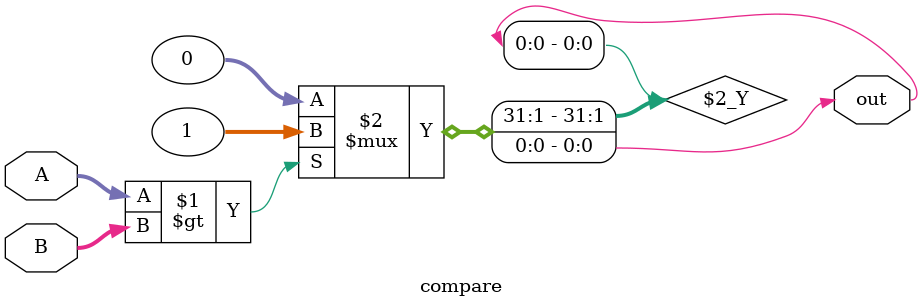
<source format=v>
`timescale 1ns / 1ps

module bin2bcd32(
	input wire [31:0] value,
	output wire [3:0] dig0,
	output wire [3:0] dig1,
	output wire [3:0] dig2,
	output wire [3:0] dig3,
	output wire [3:0] dig4,
	output wire [3:0] dig5,
	output wire [3:0] dig6,
	output wire [3:0] dig7
	);

	assign dig0 = value % 10;
	assign dig1 = (value / 10) % 10;
	assign dig2 = (value / 100) % 10;
	assign dig3 = (value / 1000) % 10;
	assign dig4 = (value / 10000) % 10;
	assign dig5 = (value / 100000) % 10;
	assign dig6 = (value / 1000000) % 10;
	assign dig7 = (value / 10000000) % 10;

endmodule

// Multiplier module, default bus width: 32 bits
module multiplier #(parameter bus_width = 32)(
	// Two data inputs
	input wire [bus_width - 1:0] A, B,

	// Multiplier data output
	output wire [bus_width - 1:0] out
	);

	assign out = A * B;

endmodule

// Simple 2-input multiplexor, default bus width: 32 bits
module mux2 #(parameter bus_width = 32)(
	// Two data inputs
	input wire [bus_width - 1:0] A, B,

	// Select line input
	input wire select,

	// Data output
	output wire [bus_width - 1:0] out
	);

	assign out = select ? A : B;

endmodule

// Counter module with load and enable
module cnt_down #(parameter width = 32)(
	// Control signal inputs
	input wire load, enable, clk,
	// Data input
	input wire [width - 1:0] D,

	// Data output
	output wire [width - 1:0] Q
	);

	// Internal register to hold data
	reg [width - 1:0] mem;

	// Assign output to internal register
	assign Q = mem;

	always@(posedge clk)
	begin
		// If load is enabled, load data input into internal register
		if (load) mem = D;

		// Count down if enable is enabled
		if (enable) mem = mem - 4'b0001;
	end
endmodule

// Compare module
module compare #(parameter width = 32)(
	// Two Data inputs
	input wire [width - 1:0] A, B,

	// Data output
	output wire out
	);

	assign out = A > B ? 1 : 0;

endmodule

// some code

</source>
